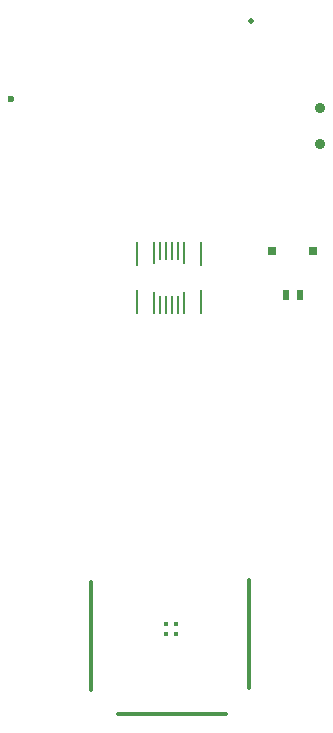
<source format=gts>
G04 #@! TF.GenerationSoftware,KiCad,Pcbnew,9.0.3*
G04 #@! TF.CreationDate,2025-08-05T11:28:11+01:00*
G04 #@! TF.ProjectId,Badge ESC 2025,42616467-6520-4455-9343-20323032352e,rev?*
G04 #@! TF.SameCoordinates,Original*
G04 #@! TF.FileFunction,Soldermask,Top*
G04 #@! TF.FilePolarity,Negative*
%FSLAX46Y46*%
G04 Gerber Fmt 4.6, Leading zero omitted, Abs format (unit mm)*
G04 Created by KiCad (PCBNEW 9.0.3) date 2025-08-05 11:28:11*
%MOMM*%
%LPD*%
G01*
G04 APERTURE LIST*
G04 Aperture macros list*
%AMRoundRect*
0 Rectangle with rounded corners*
0 $1 Rounding radius*
0 $2 $3 $4 $5 $6 $7 $8 $9 X,Y pos of 4 corners*
0 Add a 4 corners polygon primitive as box body*
4,1,4,$2,$3,$4,$5,$6,$7,$8,$9,$2,$3,0*
0 Add four circle primitives for the rounded corners*
1,1,$1+$1,$2,$3*
1,1,$1+$1,$4,$5*
1,1,$1+$1,$6,$7*
1,1,$1+$1,$8,$9*
0 Add four rect primitives between the rounded corners*
20,1,$1+$1,$2,$3,$4,$5,0*
20,1,$1+$1,$4,$5,$6,$7,0*
20,1,$1+$1,$6,$7,$8,$9,0*
20,1,$1+$1,$8,$9,$2,$3,0*%
G04 Aperture macros list end*
%ADD10O,0.300000X9.600000*%
%ADD11RoundRect,0.300000X-0.000010X0.000010X-0.000010X-0.000010X0.000010X-0.000010X0.000010X0.000010X0*%
%ADD12O,0.250000X2.100000*%
%ADD13O,0.250000X1.900000*%
%ADD14O,0.250000X1.600000*%
%ADD15O,9.600000X0.300000*%
%ADD16R,0.600000X0.850000*%
%ADD17R,0.700000X0.800000*%
%ADD18R,0.450000X0.450000*%
%ADD19C,0.500000*%
%ADD20C,0.900000*%
G04 APERTURE END LIST*
D10*
G04 #@! TO.C,TP7*
X142770000Y-138680000D03*
G04 #@! TD*
D11*
G04 #@! TO.C,NT1*
X122700000Y-93390000D03*
G04 #@! TD*
D12*
G04 #@! TO.C,USB2*
X133283998Y-106550001D03*
D13*
X134784000Y-106450000D03*
D14*
X135284000Y-106300002D03*
X135784003Y-106300000D03*
X136284001Y-106300000D03*
X136783997Y-106300002D03*
D13*
X137284000Y-106450000D03*
D12*
X138783999Y-106550001D03*
X138784009Y-110600000D03*
D13*
X137284009Y-110700000D03*
D14*
X136784009Y-110850000D03*
X136284009Y-110850000D03*
X135784009Y-110850000D03*
X135284009Y-110850000D03*
D13*
X134784009Y-110700000D03*
D12*
X133284009Y-110600000D03*
G04 #@! TD*
D10*
G04 #@! TO.C,TP8*
X129450000Y-138830000D03*
G04 #@! TD*
D15*
G04 #@! TO.C,TP6*
X136310000Y-145450000D03*
G04 #@! TD*
D16*
G04 #@! TO.C,CN1*
X147105000Y-110019000D03*
X145905000Y-110019000D03*
D17*
X148255000Y-106239000D03*
X144755000Y-106239000D03*
G04 #@! TD*
D18*
G04 #@! TO.C,LED43*
X136620000Y-137880000D03*
X136620000Y-138720000D03*
X135780000Y-137880000D03*
X135780000Y-138720000D03*
G04 #@! TD*
D19*
G04 #@! TO.C,U5*
X143007067Y-86758488D03*
G04 #@! TD*
D20*
G04 #@! TO.C,SW1*
X148850000Y-94200000D03*
X148850000Y-97200000D03*
G04 #@! TD*
M02*

</source>
